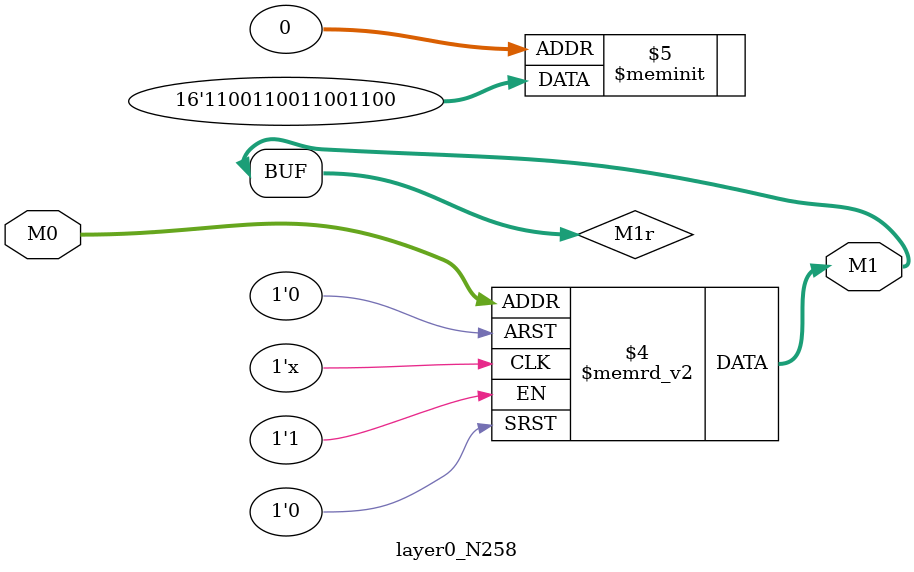
<source format=v>
module layer0_N258 ( input [2:0] M0, output [1:0] M1 );

	(*rom_style = "distributed" *) reg [1:0] M1r;
	assign M1 = M1r;
	always @ (M0) begin
		case (M0)
			3'b000: M1r = 2'b00;
			3'b100: M1r = 2'b00;
			3'b010: M1r = 2'b00;
			3'b110: M1r = 2'b00;
			3'b001: M1r = 2'b11;
			3'b101: M1r = 2'b11;
			3'b011: M1r = 2'b11;
			3'b111: M1r = 2'b11;

		endcase
	end
endmodule

</source>
